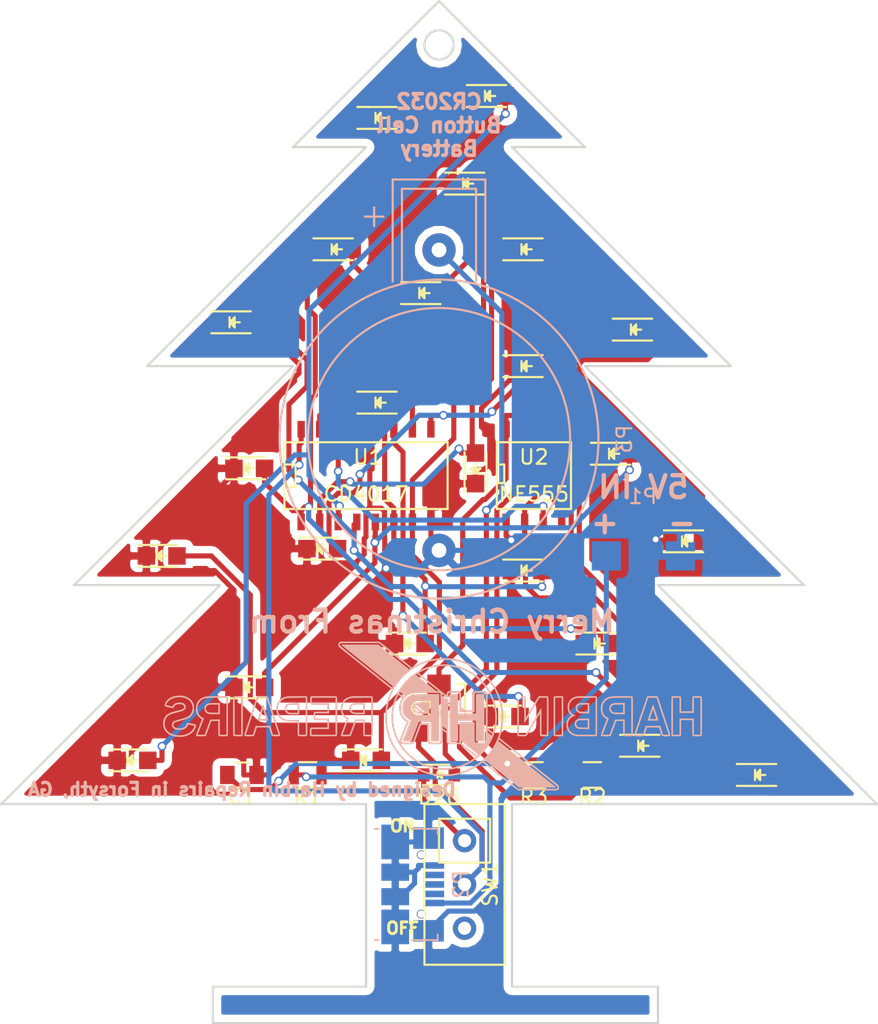
<source format=kicad_pcb>
(kicad_pcb (version 4) (host pcbnew 4.0.7)
  (layers (0 F.Cu signal) (31 B.Cu signal) (34 B.Paste user) (35 F.Paste user) (36 B.SilkS user) (37 F.SilkS user) (38 B.Mask user) (39 F.Mask user) (44 Edge.Cuts user))
  (net 0 "")
  (net 1 "Net-(C1-Pad1)")
  (net 2 GND)
  (net 3 OUTPUT_0)
  (net 4 OUTPUT_1)
  (net 5 OUTPUT_2)
  (net 6 OUTPUT_3)
  (net 7 OUTPUT_4)
  (net 8 OUTPUT_5)
  (net 9 OUTPUT_6)
  (net 10 OUTPUT_7)
  (net 11 OUTPUT_8)
  (net 12 OUTPUT_9)
  (net 13 "Net-(D26-Pad1)")
  (net 14 "Net-(D26-Pad2)")
  (net 15 "Net-(P1-Pad1)")
  (net 16 "Net-(P2-Pad2)")
  (net 17 "Net-(P2-Pad3)")
  (net 18 "Net-(P2-Pad4)")
  (net 19 "Net-(R2-Pad1)")
  (net 20 "Net-(R2-Pad2)")
  (net 21 +3V3)
  (net 22 "Net-(U1-Pad14)")
  (net 23 "Net-(U1-Pad12)")
  (net 24 "Net-(U2-Pad5)")
  (net 25 "Net-(SW1-Pad3)")
  (module Capacitors_SMD:C_0805 (layer F.Cu) (at 138.5 108.5)
    (fp_text reference C1 (at 0 1.5) (layer F.SilkS))
    (fp_text value 2.2uF)
    (pad 1 smd rect (at -1 0) (size 1 1.25) (layers F.Cu F.Paste F.Mask) (net 1 "Net-(C1-Pad1)"))
    (pad 2 smd rect (at 1 0) (size 1 1.25) (layers F.Cu F.Paste F.Mask) (net 2 GND))
  )
  (module LEDs:LED_0805 (layer F.Cu) (at 155.5 62)
    (fp_text reference D1)
    (fp_text value LED)
    (pad 2 smd rect (at 1.04902 0 180) (size 1.19888 1.19888) (layers F.Cu F.Paste F.Mask) (net 3 OUTPUT_0))
    (pad 1 smd rect (at -1.04902 0 180) (size 1.19888 1.19888) (layers F.Cu F.Paste F.Mask) (net 2 GND))
  )
  (module LEDs:LED_0805 (layer F.Cu) (at 131 107.5)
    (fp_text reference D2)
    (fp_text value LED)
    (pad 2 smd rect (at 1.04902 0 180) (size 1.19888 1.19888) (layers F.Cu F.Paste F.Mask) (net 3 OUTPUT_0))
    (pad 1 smd rect (at -1.04902 0 180) (size 1.19888 1.19888) (layers F.Cu F.Paste F.Mask) (net 2 GND))
  )
  (module LEDs:LED_0805 (layer F.Cu) (at 165.5 78)
    (fp_text reference D3)
    (fp_text value LED)
    (pad 2 smd rect (at 1.04902 0 180) (size 1.19888 1.19888) (layers F.Cu F.Paste F.Mask) (net 4 OUTPUT_1))
    (pad 1 smd rect (at -1.04902 0 180) (size 1.19888 1.19888) (layers F.Cu F.Paste F.Mask) (net 2 GND))
  )
  (module LEDs:LED_0805 (layer F.Cu) (at 174 108.5)
    (fp_text reference D4)
    (fp_text value LED)
    (pad 2 smd rect (at 1.04902 0 180) (size 1.19888 1.19888) (layers F.Cu F.Paste F.Mask) (net 4 OUTPUT_1))
    (pad 1 smd rect (at -1.04902 0 180) (size 1.19888 1.19888) (layers F.Cu F.Paste F.Mask) (net 2 GND))
  )
  (module LEDs:LED_0805 (layer F.Cu) (at 154.5 87.5 90)
    (fp_text reference D5)
    (fp_text value LED)
    (pad 2 smd rect (at 1.04902 0 270) (size 1.19888 1.19888) (layers F.Cu F.Paste F.Mask) (net 4 OUTPUT_1))
    (pad 1 smd rect (at -1.04902 0 270) (size 1.19888 1.19888) (layers F.Cu F.Paste F.Mask) (net 2 GND))
  )
  (module LEDs:LED_0805 (layer F.Cu) (at 138 77.5)
    (fp_text reference D6)
    (fp_text value LED)
    (pad 2 smd rect (at 1.04902 0 180) (size 1.19888 1.19888) (layers F.Cu F.Paste F.Mask) (net 5 OUTPUT_2))
    (pad 1 smd rect (at -1.04902 0 180) (size 1.19888 1.19888) (layers F.Cu F.Paste F.Mask) (net 2 GND))
  )
  (module LEDs:LED_0805 (layer F.Cu) (at 163 99.5)
    (fp_text reference D7)
    (fp_text value LED)
    (pad 2 smd rect (at 1.04902 0 180) (size 1.19888 1.19888) (layers F.Cu F.Paste F.Mask) (net 5 OUTPUT_2))
    (pad 1 smd rect (at -1.04902 0 180) (size 1.19888 1.19888) (layers F.Cu F.Paste F.Mask) (net 2 GND))
  )
  (module LEDs:LED_0805 (layer F.Cu) (at 133 93.5)
    (fp_text reference D8)
    (fp_text value LED)
    (pad 2 smd rect (at 1.04902 0 180) (size 1.19888 1.19888) (layers F.Cu F.Paste F.Mask) (net 6 OUTPUT_3))
    (pad 1 smd rect (at -1.04902 0 180) (size 1.19888 1.19888) (layers F.Cu F.Paste F.Mask) (net 2 GND))
  )
  (module LEDs:LED_0805 (layer F.Cu) (at 154 68)
    (fp_text reference D9)
    (fp_text value LED)
    (pad 2 smd rect (at 1.04902 0 180) (size 1.19888 1.19888) (layers F.Cu F.Paste F.Mask) (net 6 OUTPUT_3))
    (pad 1 smd rect (at -1.04902 0 180) (size 1.19888 1.19888) (layers F.Cu F.Paste F.Mask) (net 2 GND))
  )
  (module LEDs:LED_0805 (layer F.Cu) (at 147 107.5)
    (fp_text reference D10)
    (fp_text value LED)
    (pad 2 smd rect (at 1.04902 0 180) (size 1.19888 1.19888) (layers F.Cu F.Paste F.Mask) (net 6 OUTPUT_3))
    (pad 1 smd rect (at -1.04902 0 180) (size 1.19888 1.19888) (layers F.Cu F.Paste F.Mask) (net 2 GND))
  )
  (module LEDs:LED_0805 (layer F.Cu) (at 169 92.5)
    (fp_text reference D11)
    (fp_text value LED)
    (pad 2 smd rect (at 1.04902 0 180) (size 1.19888 1.19888) (layers F.Cu F.Paste F.Mask) (net 7 OUTPUT_4))
    (pad 1 smd rect (at -1.04902 0 180) (size 1.19888 1.19888) (layers F.Cu F.Paste F.Mask) (net 2 GND))
  )
  (module LEDs:LED_0805 (layer F.Cu) (at 145 72.5)
    (fp_text reference D12)
    (fp_text value LED)
    (pad 2 smd rect (at 1.04902 0 180) (size 1.19888 1.19888) (layers F.Cu F.Paste F.Mask) (net 7 OUTPUT_4))
    (pad 1 smd rect (at -1.04902 0 180) (size 1.19888 1.19888) (layers F.Cu F.Paste F.Mask) (net 2 GND))
  )
  (module LEDs:LED_0805 (layer F.Cu) (at 166 106.5)
    (fp_text reference D13)
    (fp_text value LED)
    (pad 2 smd rect (at 1.04902 0 180) (size 1.19888 1.19888) (layers F.Cu F.Paste F.Mask) (net 8 OUTPUT_5))
    (pad 1 smd rect (at -1.04902 0 180) (size 1.19888 1.19888) (layers F.Cu F.Paste F.Mask) (net 2 GND))
  )
  (module LEDs:LED_0805 (layer F.Cu) (at 139 87.5)
    (fp_text reference D14)
    (fp_text value LED)
    (pad 2 smd rect (at 1.04902 0 180) (size 1.19888 1.19888) (layers F.Cu F.Paste F.Mask) (net 8 OUTPUT_5))
    (pad 1 smd rect (at -1.04902 0 180) (size 1.19888 1.19888) (layers F.Cu F.Paste F.Mask) (net 2 GND))
  )
  (module LEDs:LED_0805 (layer F.Cu) (at 148 63.5)
    (fp_text reference D15)
    (fp_text value LED)
    (pad 2 smd rect (at 1.04902 0 180) (size 1.19888 1.19888) (layers F.Cu F.Paste F.Mask) (net 8 OUTPUT_5))
    (pad 1 smd rect (at -1.04902 0 180) (size 1.19888 1.19888) (layers F.Cu F.Paste F.Mask) (net 2 GND))
  )
  (module LEDs:LED_0805 (layer F.Cu) (at 164 86.5)
    (fp_text reference D16)
    (fp_text value LED)
    (pad 2 smd rect (at 1.04902 0 180) (size 1.19888 1.19888) (layers F.Cu F.Paste F.Mask) (net 9 OUTPUT_6))
    (pad 1 smd rect (at -1.04902 0 180) (size 1.19888 1.19888) (layers F.Cu F.Paste F.Mask) (net 2 GND))
  )
  (module LEDs:LED_0805 (layer F.Cu) (at 139 102.5)
    (fp_text reference D17)
    (fp_text value LED)
    (pad 2 smd rect (at 1.04902 0 180) (size 1.19888 1.19888) (layers F.Cu F.Paste F.Mask) (net 9 OUTPUT_6))
    (pad 1 smd rect (at -1.04902 0 180) (size 1.19888 1.19888) (layers F.Cu F.Paste F.Mask) (net 2 GND))
  )
  (module LEDs:LED_0805 (layer F.Cu) (at 151 75.5)
    (fp_text reference D18)
    (fp_text value LED)
    (pad 2 smd rect (at 1.04902 0 180) (size 1.19888 1.19888) (layers F.Cu F.Paste F.Mask) (net 10 OUTPUT_7))
    (pad 1 smd rect (at -1.04902 0 180) (size 1.19888 1.19888) (layers F.Cu F.Paste F.Mask) (net 2 GND))
  )
  (module LEDs:LED_0805 (layer F.Cu) (at 148 83)
    (fp_text reference D19)
    (fp_text value LED)
    (pad 2 smd rect (at 1.04902 0 180) (size 1.19888 1.19888) (layers F.Cu F.Paste F.Mask) (net 10 OUTPUT_7))
    (pad 1 smd rect (at -1.04902 0 180) (size 1.19888 1.19888) (layers F.Cu F.Paste F.Mask) (net 2 GND))
  )
  (module LEDs:LED_0805 (layer F.Cu) (at 156.5 104.5)
    (fp_text reference D20)
    (fp_text value LED)
    (pad 2 smd rect (at 1.04902 0 180) (size 1.19888 1.19888) (layers F.Cu F.Paste F.Mask) (net 10 OUTPUT_7))
    (pad 1 smd rect (at -1.04902 0 180) (size 1.19888 1.19888) (layers F.Cu F.Paste F.Mask) (net 2 GND))
  )
  (module LEDs:LED_0805 (layer F.Cu) (at 144 93)
    (fp_text reference D21)
    (fp_text value LED)
    (pad 2 smd rect (at 1.04902 0 180) (size 1.19888 1.19888) (layers F.Cu F.Paste F.Mask) (net 11 OUTPUT_8))
    (pad 1 smd rect (at -1.04902 0 180) (size 1.19888 1.19888) (layers F.Cu F.Paste F.Mask) (net 2 GND))
  )
  (module LEDs:LED_0805 (layer F.Cu) (at 158 80.5)
    (fp_text reference D22)
    (fp_text value LED)
    (pad 2 smd rect (at 1.04902 0 180) (size 1.19888 1.19888) (layers F.Cu F.Paste F.Mask) (net 11 OUTPUT_8))
    (pad 1 smd rect (at -1.04902 0 180) (size 1.19888 1.19888) (layers F.Cu F.Paste F.Mask) (net 2 GND))
  )
  (module LEDs:LED_0805 (layer F.Cu) (at 158 94.5)
    (fp_text reference D23)
    (fp_text value LED)
    (pad 2 smd rect (at 1.04902 0 180) (size 1.19888 1.19888) (layers F.Cu F.Paste F.Mask) (net 12 OUTPUT_9))
    (pad 1 smd rect (at -1.04902 0 180) (size 1.19888 1.19888) (layers F.Cu F.Paste F.Mask) (net 2 GND))
  )
  (module LEDs:LED_0805 (layer F.Cu) (at 158 72.5)
    (fp_text reference D24)
    (fp_text value LED)
    (pad 2 smd rect (at 1.04902 0 180) (size 1.19888 1.19888) (layers F.Cu F.Paste F.Mask) (net 12 OUTPUT_9))
    (pad 1 smd rect (at -1.04902 0 180) (size 1.19888 1.19888) (layers F.Cu F.Paste F.Mask) (net 2 GND))
  )
  (module LEDs:LED_0805 (layer F.Cu) (at 150 99.5)
    (fp_text reference D25)
    (fp_text value LED)
    (pad 2 smd rect (at 1.04902 0 180) (size 1.19888 1.19888) (layers F.Cu F.Paste F.Mask) (net 12 OUTPUT_9))
    (pad 1 smd rect (at -1.04902 0 180) (size 1.19888 1.19888) (layers F.Cu F.Paste F.Mask) (net 2 GND))
  )
  (module Oddities:NetTie-I_SMD (layer B.Cu) (at 166 93.5)
    (fp_text reference P1 (at -0.04064 -4.06908) (layer B.SilkS) (effects (justify mirror)))
    (fp_text value "5V CONNECTOR")
    (pad 1 smd rect (at -2.54 0) (size 1.99898 1.99898) (layers B.Cu B.Paste B.Mask) (net 15 "Net-(P1-Pad1)"))
    (pad 2 smd rect (at 2.54 0) (size 1.99898 1.99898) (layers B.Cu B.Paste B.Mask) (net 2 GND))
  )
  (module Resistors_SMD:R_0805 (layer F.Cu) (at 143 108.5)
    (fp_text reference R1 (at 0 1.5) (layer F.SilkS))
    (fp_text value 510)
    (pad 1 smd rect (at -0.95 0) (size 0.7 1.3) (layers F.Cu F.Paste F.Mask) (net 15 "Net-(P1-Pad1)"))
    (pad 2 smd rect (at 0.95 0) (size 0.7 1.3) (layers F.Cu F.Paste F.Mask) (net 13 "Net-(D26-Pad1)"))
  )
  (module Resistors_SMD:R_0805 (layer F.Cu) (at 162.5 108.5)
    (fp_text reference R2 (at 0 1.5) (layer F.SilkS))
    (fp_text value 10K)
    (pad 1 smd rect (at -0.95 0) (size 0.7 1.3) (layers F.Cu F.Paste F.Mask) (net 19 "Net-(R2-Pad1)"))
    (pad 2 smd rect (at 0.95 0) (size 0.7 1.3) (layers F.Cu F.Paste F.Mask) (net 20 "Net-(R2-Pad2)"))
  )
  (module Resistors_SMD:R_0805 (layer F.Cu) (at 158.5 108.5)
    (fp_text reference R3 (at 0 1.5) (layer F.SilkS))
    (fp_text value 10K)
    (pad 1 smd rect (at -0.95 0) (size 0.7 1.3) (layers F.Cu F.Paste F.Mask) (net 20 "Net-(R2-Pad2)"))
    (pad 2 smd rect (at 0.95 0) (size 0.7 1.3) (layers F.Cu F.Paste F.Mask) (net 1 "Net-(C1-Pad1)"))
  )
  (module Potentiometers:Potentiometer_Trimmer-EVM3E (layer F.Cu) (at 152 104)
    (fp_text reference RV1 (at 0 0) (layer F.SilkS))
    (fp_text value 100K)
    (pad 1 smd rect (at -1.4 1.625) (size 1.2 1.2) (layers F.Cu F.Paste F.Mask) (net 21 +3V3))
    (pad 3 smd rect (at 1.4 1.625) (size 1.2 1.2) (layers F.Cu F.Paste F.Mask) (net 19 "Net-(R2-Pad1)"))
    (pad 2 smd rect (at 0 -1.625) (size 1.6 1.5) (layers F.Cu F.Paste F.Mask) (net 21 +3V3))
  )
  (module myFootprints:SW_SPDT_3P_11.1mm_5.5mm (layer F.Cu) (at 150.5 116 270)
    (fp_text reference SW1 (at 0 -5 270) (layer F.SilkS))
    (fp_text value SW_Push_SPDT)
    (pad 1 thru_hole circle (at -3 -3.25 270) (size 1.6 1.6) (drill 0.9) (layers *.Cu *.Mask) (net 13 "Net-(D26-Pad1)"))
    (pad 2 thru_hole circle (at 0 -3.25 270) (size 1.6 1.6) (drill 0.9) (layers *.Cu *.Mask) (net 21 +3V3))
    (pad 3 thru_hole circle (at 3 -3.25 270) (size 1.6 1.6) (drill 0.9) (layers *.Cu *.Mask) (net 25 "Net-(SW1-Pad3)"))
  )
  (module SMD_Packages:SO-16-N (layer F.Cu) (at 147 88)
    (fp_text reference U1 (at 0.127 -1.27) (layer F.SilkS))
    (fp_text value CD4017 (at 0 1.27) (layer F.SilkS))
    (pad 16 smd rect (at -4.445 -3.175) (size 0.508 1.143) (layers F.Cu F.Paste F.Mask) (net 21 +3V3))
    (pad 14 smd rect (at -1.905 -3.175) (size 0.508 1.143) (layers F.Cu F.Paste F.Mask) (net 22 "Net-(U1-Pad14)"))
    (pad 13 smd rect (at -0.635 -3.175) (size 0.508 1.143) (layers F.Cu F.Paste F.Mask) (net 2 GND))
    (pad 12 smd rect (at 0.635 -3.175) (size 0.508 1.143) (layers F.Cu F.Paste F.Mask) (net 23 "Net-(U1-Pad12)"))
    (pad 11 smd rect (at 1.905 -3.175) (size 0.508 1.143) (layers F.Cu F.Paste F.Mask) (net 12 OUTPUT_9))
    (pad 10 smd rect (at 3.175 -3.175) (size 0.508 1.143) (layers F.Cu F.Paste F.Mask) (net 7 OUTPUT_4))
    (pad 9 smd rect (at 4.445 -3.175) (size 0.508 1.143) (layers F.Cu F.Paste F.Mask) (net 11 OUTPUT_8))
    (pad 8 smd rect (at 4.445 3.175) (size 0.508 1.143) (layers F.Cu F.Paste F.Mask) (net 2 GND))
    (pad 7 smd rect (at 3.175 3.175) (size 0.508 1.143) (layers F.Cu F.Paste F.Mask) (net 6 OUTPUT_3))
    (pad 6 smd rect (at 1.905 3.175) (size 0.508 1.143) (layers F.Cu F.Paste F.Mask) (net 10 OUTPUT_7))
    (pad 5 smd rect (at 0.635 3.175) (size 0.508 1.143) (layers F.Cu F.Paste F.Mask) (net 9 OUTPUT_6))
    (pad 4 smd rect (at -0.635 3.175) (size 0.508 1.143) (layers F.Cu F.Paste F.Mask) (net 5 OUTPUT_2))
    (pad 3 smd rect (at -1.905 3.175) (size 0.508 1.143) (layers F.Cu F.Paste F.Mask) (net 3 OUTPUT_0))
    (pad 2 smd rect (at -3.175 3.175) (size 0.508 1.143) (layers F.Cu F.Paste F.Mask) (net 4 OUTPUT_1))
    (pad 1 smd rect (at -4.445 3.175) (size 0.508 1.143) (layers F.Cu F.Paste F.Mask) (net 8 OUTPUT_5))
    (pad 15 smd rect (at -3.175 -3.175) (size 0.508 1.143) (layers F.Cu F.Paste F.Mask) (net 2 GND))
  )
  (module SMD_Packages:SOIC-8-N (layer F.Cu) (at 158.5 88)
    (fp_text reference U2 (at 0 -1.27) (layer F.SilkS))
    (fp_text value NE555 (at 0 1.27) (layer F.SilkS))
    (pad 8 smd rect (at -1.905 -3.175) (size 0.508 1.143) (layers F.Cu F.Paste F.Mask) (net 21 +3V3))
    (pad 7 smd rect (at -0.635 -3.175) (size 0.508 1.143) (layers F.Cu F.Paste F.Mask) (net 20 "Net-(R2-Pad2)"))
    (pad 6 smd rect (at 0.635 -3.175) (size 0.508 1.143) (layers F.Cu F.Paste F.Mask) (net 1 "Net-(C1-Pad1)"))
    (pad 5 smd rect (at 1.905 -3.175) (size 0.508 1.143) (layers F.Cu F.Paste F.Mask) (net 24 "Net-(U2-Pad5)"))
    (pad 4 smd rect (at 1.905 3.175) (size 0.508 1.143) (layers F.Cu F.Paste F.Mask) (net 21 +3V3))
    (pad 3 smd rect (at 0.635 3.175) (size 0.508 1.143) (layers F.Cu F.Paste F.Mask) (net 22 "Net-(U1-Pad14)"))
    (pad 2 smd rect (at -0.635 3.175) (size 0.508 1.143) (layers F.Cu F.Paste F.Mask) (net 1 "Net-(C1-Pad1)"))
    (pad 1 smd rect (at -1.905 3.175) (size 0.508 1.143) (layers F.Cu F.Paste F.Mask) (net 2 GND))
  )
  (module myFootprints:HR_LOGO_37.4x10.6mm (layer B.Cu) (at 151.5 104.5 180)
    (fp_text reference G*** hide)
    (fp_text value LOGO hide)
  )
  (module "Custom Footprints:USB_Micro-B_Molex_47346-0001_WITH_HOLES" (layer B.Cu) (at 149 116 90)
    (fp_text reference P2 (at 0 4.5 270) (layer B.SilkS) (effects (justify mirror)))
    (fp_text value USB_OTG)
    (pad 1 smd rect (at -1.27 2.667 90) (size 0.45 1.38) (layers B.Cu B.Paste B.Mask) (net 15 "Net-(P1-Pad1)"))
    (pad 2 smd rect (at -0.65 2.66 90) (size 0.45 1.38) (layers B.Cu B.Paste B.Mask) (net 16 "Net-(P2-Pad2)"))
    (pad 3 smd rect (at 0 2.66 90) (size 0.45 1.38) (layers B.Cu B.Paste B.Mask) (net 17 "Net-(P2-Pad3)"))
    (pad 4 smd rect (at 0.65 2.66 90) (size 0.45 1.38) (layers B.Cu B.Paste B.Mask) (net 18 "Net-(P2-Pad4)"))
    (pad 5 smd rect (at 1.3 2.66 90) (size 0.45 1.38) (layers B.Cu B.Paste B.Mask) (net 2 GND))
    (pad 6 smd rect (at -3.175 2.286 90) (size 1.475 2.1) (layers B.Cu B.Paste B.Mask) (net 2 GND))
    (pad 6 smd rect (at 3.175 2.286 90) (size 1.475 2.1) (layers B.Cu B.Paste B.Mask) (net 2 GND))
    (pad 6 smd rect (at -2.91 0 90) (size 2.375 1.9) (layers B.Cu B.Paste B.Mask) (net 2 GND))
    (pad 6 smd rect (at 2.91 0 90) (size 2.375 1.9) (layers B.Cu B.Paste B.Mask) (net 2 GND))
    (pad 6 smd rect (at -0.84 0 90) (size 1.175 1.9) (layers B.Cu B.Paste B.Mask) (net 2 GND))
    (pad 6 smd rect (at 0.84 0 90) (size 1.175 1.9) (layers B.Cu B.Paste B.Mask) (net 2 GND))
    (pad "" thru_hole circle (at 2.032 1.778 90) (size 0.6 0.6) (drill 0.5) (layers *.Cu *.Mask))
    (pad "" thru_hole circle (at -2.032 1.778 90) (size 0.6 0.6) (drill 0.5) (layers *.Cu *.Mask))
  )
  (module "Custom Footprints:CR2032H_aliexpress" (layer B.Cu) (at 152 85.5 90)
    (fp_text reference P3 (at 0 12.7 90) (layer B.SilkS) (effects (justify mirror)))
    (fp_text value "3V Battery")
    (pad 2 thru_hole circle (at -7.62 0 90) (size 2.286 2.286) (drill 1.016) (layers *.Cu *.Mask) (net 2 GND))
    (pad 1 thru_hole circle (at 12.954 0 90) (size 2.286 2.286) (drill 1.016) (layers *.Cu *.Mask) (net 14 "Net-(D26-Pad2)"))
  )
  (module "Custom Footprints:D_0805" (layer F.Cu) (at 152 108.5)
    (fp_text reference D26 (at 0 1.5) (layer F.SilkS))
    (fp_text value D)
    (pad 1 smd rect (at -1.05 0) (size 0.8 0.9) (layers F.Cu F.Paste F.Mask) (net 13 "Net-(D26-Pad1)"))
    (pad 2 smd rect (at 1.05 0) (size 0.8 0.9) (layers F.Cu F.Paste F.Mask) (net 14 "Net-(D26-Pad2)"))
  )
  (gr_text OFF (at 149.5 119) (layer F.SilkS) (effects (font (size 0.8 0.8) (thickness 0.2))))
  (gr_text ON (at 149.5 112) (layer F.SilkS) (effects (font (size 0.8 0.8) (thickness 0.2))))
  (gr_text "Designed by Harbin Repairs in Forsyth, GA" (at 138.5 109.5) (layer B.SilkS) (effects (font (size 0.9 0.9) (thickness 0.225)) (justify mirror)))
  (gr_text "CR2032\nButton Cell\nBattery" (at 152 64) (layer B.SilkS) (effects (font (size 1 1) (thickness 0.25)) (justify mirror)))
  (gr_text "5V IN\n-   +" (at 166 90) (layer B.SilkS) (effects (font (size 1.5 1.5) (thickness 0.3)) (justify mirror)))
  (gr_text "Merry Christmas From" (at 151.5 98) (layer B.SilkS) (effects (font (size 1.5 1.5) (thickness 0.3)) (justify mirror)))
  (gr_line (start 136.5 125.5) (end 167 125.5) (angle 90) (layer Edge.Cuts) (width 0.15))
  (gr_line (start 147 123) (end 147 110.5) (angle 90) (layer Edge.Cuts) (width 0.15))
  (gr_line (start 146.5 123) (end 147 123) (angle 90) (layer Edge.Cuts) (width 0.15))
  (gr_line (start 157 123) (end 157 110.5) (angle 90) (layer Edge.Cuts) (width 0.15))
  (gr_line (start 167 123) (end 157 123) (angle 90) (layer Edge.Cuts) (width 0.15))
  (gr_line (start 167 125.5) (end 167 123) (angle 90) (layer Edge.Cuts) (width 0.15))
  (gr_line (start 136.5 123) (end 136.5 125.5) (angle 90) (layer Edge.Cuts) (width 0.15))
  (gr_line (start 146.5 123) (end 136.5 123) (angle 90) (layer Edge.Cuts) (width 0.15))
  (gr_circle (center 152 58.5) (end 152 57.5) (layer Edge.Cuts) (width 0.15))
  (gr_line (start 142 65.5) (end 152 55.5) (angle 90) (layer Edge.Cuts) (width 0.15))
  (gr_line (start 147 65.5) (end 142 65.5) (angle 90) (layer Edge.Cuts) (width 0.15))
  (gr_line (start 132 80.5) (end 147 65.5) (angle 90) (layer Edge.Cuts) (width 0.15))
  (gr_line (start 142 80.5) (end 132 80.5) (angle 90) (layer Edge.Cuts) (width 0.15))
  (gr_line (start 127 95.5) (end 142 80.5) (angle 90) (layer Edge.Cuts) (width 0.15))
  (gr_line (start 137 95.5) (end 127 95.5) (angle 90) (layer Edge.Cuts) (width 0.15))
  (gr_line (start 122 110.5) (end 137 95.5) (angle 90) (layer Edge.Cuts) (width 0.15))
  (gr_line (start 147 110.5) (end 122 110.5) (angle 90) (layer Edge.Cuts) (width 0.15))
  (gr_line (start 182 110.5) (end 157 110.5) (angle 90) (layer Edge.Cuts) (width 0.15))
  (gr_line (start 167 95.5) (end 182 110.5) (angle 90) (layer Edge.Cuts) (width 0.15))
  (gr_line (start 177 95.5) (end 167 95.5) (angle 90) (layer Edge.Cuts) (width 0.15))
  (gr_line (start 162 80.5) (end 177 95.5) (angle 90) (layer Edge.Cuts) (width 0.15))
  (gr_line (start 172 80.5) (end 162 80.5) (angle 90) (layer Edge.Cuts) (width 0.15))
  (gr_line (start 157 65.5) (end 172 80.5) (angle 90) (layer Edge.Cuts) (width 0.15))
  (gr_line (start 162 65.5) (end 157 65.5) (angle 90) (layer Edge.Cuts) (width 0.15))
  (gr_line (start 152 55.5) (end 162 65.5) (angle 90) (layer Edge.Cuts) (width 0.15))
  (via (at 156.6781 107.7202) (size 0.6) (layers F.Cu B.Cu) (net 1))
  (via (at 141.0212 108.9185) (size 0.6) (layers F.Cu B.Cu) (net 1))
  (segment (start 157.865 90.8392) (end 157.865 90.2282) (width 0.35) (layer F.Cu) (net 1))
  (segment (start 159.45 108.5) (end 159.45 107.4747) (width 0.35) (layer F.Cu) (net 1))
  (segment (start 157.865 90.8392) (end 157.865 91.175) (width 0.35) (layer F.Cu) (net 1))
  (segment (start 157.865 91.175) (end 157.865 92.1218) (width 0.35) (layer F.Cu) (net 1))
  (segment (start 160.0107 106.914) (end 159.45 107.4747) (width 0.35) (layer F.Cu) (net 1))
  (segment (start 163.4879 106.914) (end 160.0107 106.914) (width 0.35) (layer F.Cu) (net 1))
  (segment (start 166.0487 109.4748) (end 163.4879 106.914) (width 0.35) (layer F.Cu) (net 1))
  (segment (start 173.7165 109.4748) (end 166.0487 109.4748) (width 0.35) (layer F.Cu) (net 1))
  (segment (start 173.9258 109.2655) (end 173.7165 109.4748) (width 0.35) (layer F.Cu) (net 1))
  (segment (start 173.9258 107.622) (end 173.9258 109.2655) (width 0.35) (layer F.Cu) (net 1))
  (segment (start 162.6834 96.3796) (end 173.9258 107.622) (width 0.35) (layer F.Cu) (net 1))
  (segment (start 158.7802 96.3796) (end 162.6834 96.3796) (width 0.35) (layer F.Cu) (net 1))
  (segment (start 157.9258 95.5252) (end 158.7802 96.3796) (width 0.35) (layer F.Cu) (net 1))
  (segment (start 157.9258 92.1826) (end 157.9258 95.5252) (width 0.35) (layer F.Cu) (net 1))
  (segment (start 157.865 92.1218) (end 157.9258 92.1826) (width 0.35) (layer F.Cu) (net 1))
  (segment (start 138.5004 109.5004) (end 137.5 108.5) (width 0.35) (layer F.Cu) (net 1))
  (segment (start 140.4393 109.5004) (end 138.5004 109.5004) (width 0.35) (layer F.Cu) (net 1))
  (segment (start 141.0212 108.9185) (end 140.4393 109.5004) (width 0.35) (layer F.Cu) (net 1))
  (segment (start 142.2195 107.7202) (end 156.6781 107.7202) (width 0.35) (layer B.Cu) (net 1))
  (segment (start 141.0212 108.9185) (end 142.2195 107.7202) (width 0.35) (layer B.Cu) (net 1))
  (segment (start 156.9236 107.4747) (end 156.6781 107.7202) (width 0.35) (layer F.Cu) (net 1))
  (segment (start 159.45 107.4747) (end 156.9236 107.4747) (width 0.35) (layer F.Cu) (net 1))
  (segment (start 159.135 88.9582) (end 157.865 90.2282) (width 0.35) (layer F.Cu) (net 1))
  (segment (start 159.135 84.825) (end 159.135 88.9582) (width 0.35) (layer F.Cu) (net 1))
  (via (at 166.8419 92.3656) (size 0.6) (layers F.Cu B.Cu) (net 2))
  (via (at 148.3743 94.3455) (size 0.6) (layers F.Cu B.Cu) (net 2))
  (via (at 156.951 92.4223) (size 0.6) (layers F.Cu B.Cu) (net 2))
  (segment (start 164.451 78) (end 164.451 77.0253) (width 0.35) (layer F.Cu) (net 2))
  (segment (start 156.951 72.5) (end 157.9257 72.5) (width 0.35) (layer F.Cu) (net 2))
  (segment (start 149.951 75.5) (end 149.951 74.5253) (width 0.35) (layer F.Cu) (net 2))
  (segment (start 143.951 72.5) (end 144.9257 72.5) (width 0.35) (layer F.Cu) (net 2))
  (segment (start 154.451 62) (end 154.451 62.9747) (width 0.35) (layer F.Cu) (net 2))
  (segment (start 149.8986 74.4729) (end 149.8986 72.0271) (width 0.35) (layer F.Cu) (net 2))
  (segment (start 149.951 74.5253) (end 149.8986 74.4729) (width 0.35) (layer F.Cu) (net 2))
  (segment (start 149.8986 72.0271) (end 152.951 68.9747) (width 0.35) (layer F.Cu) (net 2))
  (segment (start 152.951 68) (end 152.951 68.9747) (width 0.35) (layer F.Cu) (net 2))
  (segment (start 165.9257 107.1092) (end 165.9257 106.5) (width 0.35) (layer F.Cu) (net 2))
  (segment (start 167.3165 108.5) (end 165.9257 107.1092) (width 0.35) (layer F.Cu) (net 2))
  (segment (start 172.951 108.5) (end 167.3165 108.5) (width 0.35) (layer F.Cu) (net 2))
  (segment (start 164.951 106.5) (end 165.9257 106.5) (width 0.35) (layer F.Cu) (net 2))
  (segment (start 149 115.16) (end 149.6627 115.16) (width 0.35) (layer B.Cu) (net 2))
  (segment (start 149.1555 114.6528) (end 149 114.6528) (width 0.35) (layer B.Cu) (net 2))
  (segment (start 149.6627 115.16) (end 149.1555 114.6528) (width 0.35) (layer B.Cu) (net 2))
  (segment (start 149 113.09) (end 149 114.6528) (width 0.35) (layer B.Cu) (net 2))
  (segment (start 150.5903 112.825) (end 150.3253 113.09) (width 0.35) (layer B.Cu) (net 2))
  (segment (start 151.286 112.825) (end 150.5903 112.825) (width 0.35) (layer B.Cu) (net 2))
  (segment (start 149 113.09) (end 150.3253 113.09) (width 0.35) (layer B.Cu) (net 2))
  (segment (start 167.951 92.5) (end 166.9763 92.5) (width 0.35) (layer F.Cu) (net 2))
  (segment (start 166.8419 92.3656) (end 166.9763 92.5) (width 0.35) (layer F.Cu) (net 2))
  (segment (start 166.8419 91.3656) (end 166.8419 92.3656) (width 0.35) (layer F.Cu) (net 2))
  (segment (start 162.951 87.4747) (end 166.8419 91.3656) (width 0.35) (layer F.Cu) (net 2))
  (segment (start 162.951 86.5) (end 162.951 87.4747) (width 0.35) (layer F.Cu) (net 2))
  (segment (start 156.951 72.5) (end 156.951 80.5) (width 0.35) (layer F.Cu) (net 2))
  (segment (start 156.951 80.5) (end 156.951 81.4747) (width 0.35) (layer F.Cu) (net 2))
  (segment (start 154.5 88.549) (end 154.5 87.5743) (width 0.35) (layer F.Cu) (net 2))
  (segment (start 151.8461 90.2282) (end 153.5253 88.549) (width 0.35) (layer F.Cu) (net 2))
  (segment (start 151.445 90.2282) (end 151.8461 90.2282) (width 0.35) (layer F.Cu) (net 2))
  (segment (start 151.445 91.175) (end 151.445 90.2282) (width 0.35) (layer F.Cu) (net 2))
  (segment (start 154.5 88.549) (end 153.5253 88.549) (width 0.35) (layer F.Cu) (net 2))
  (segment (start 156.951 94.5) (end 156.951 95.4747) (width 0.35) (layer F.Cu) (net 2))
  (segment (start 155.451 104.5) (end 155.451 103.5253) (width 0.35) (layer F.Cu) (net 2))
  (segment (start 164.951 106.5) (end 164.951 105.5253) (width 0.35) (layer F.Cu) (net 2))
  (segment (start 139.5 108.5) (end 140.3753 108.5) (width 0.35) (layer F.Cu) (net 2))
  (segment (start 141.4007 107.4746) (end 140.3753 108.5) (width 0.35) (layer F.Cu) (net 2))
  (segment (start 144.9509 107.4746) (end 141.4007 107.4746) (width 0.35) (layer F.Cu) (net 2))
  (segment (start 144.9763 107.5) (end 144.9509 107.4746) (width 0.35) (layer F.Cu) (net 2))
  (segment (start 149 116.84) (end 149.028 116.84) (width 0.35) (layer B.Cu) (net 2))
  (segment (start 150.5947 114.8906) (end 150.3253 115.16) (width 0.35) (layer B.Cu) (net 2))
  (segment (start 150.5947 114.7) (end 150.5947 114.8906) (width 0.35) (layer B.Cu) (net 2))
  (segment (start 149.6627 115.16) (end 150.3253 115.16) (width 0.35) (layer B.Cu) (net 2))
  (segment (start 151.66 114.7) (end 150.5947 114.7) (width 0.35) (layer B.Cu) (net 2))
  (segment (start 161.951 102.5253) (end 164.951 105.5253) (width 0.35) (layer F.Cu) (net 2))
  (segment (start 161.951 100.4747) (end 161.951 102.5253) (width 0.35) (layer F.Cu) (net 2))
  (segment (start 161.951 99.5) (end 161.951 100.4747) (width 0.35) (layer F.Cu) (net 2))
  (segment (start 146.951 83) (end 146.951 83.7072) (width 0.35) (layer F.Cu) (net 2))
  (segment (start 143.825 84.825) (end 143.825 83.8782) (width 0.35) (layer F.Cu) (net 2))
  (segment (start 144.9257 71.8908) (end 144.9257 72.5) (width 0.35) (layer F.Cu) (net 2))
  (segment (start 145.309 71.5075) (end 144.9257 71.8908) (width 0.35) (layer F.Cu) (net 2))
  (segment (start 149.379 71.5075) (end 145.309 71.5075) (width 0.35) (layer F.Cu) (net 2))
  (segment (start 149.8986 72.0271) (end 149.379 71.5075) (width 0.35) (layer F.Cu) (net 2))
  (segment (start 144.9257 80) (end 146.951 82.0253) (width 0.35) (layer F.Cu) (net 2))
  (segment (start 144.9257 72.5) (end 144.9257 80) (width 0.35) (layer F.Cu) (net 2))
  (segment (start 146.951 83) (end 146.951 82.0253) (width 0.35) (layer F.Cu) (net 2))
  (segment (start 148.951 99.5) (end 148.951 98.5253) (width 0.35) (layer F.Cu) (net 2))
  (segment (start 146.951 63.5) (end 147.9257 63.5) (width 0.35) (layer F.Cu) (net 2))
  (segment (start 147.9257 62.8908) (end 147.9257 63.5) (width 0.35) (layer F.Cu) (net 2))
  (segment (start 148.2912 62.5253) (end 147.9257 62.8908) (width 0.35) (layer F.Cu) (net 2))
  (segment (start 151.0016 62.5253) (end 148.2912 62.5253) (width 0.35) (layer F.Cu) (net 2))
  (segment (start 152.951 64.4747) (end 151.0016 62.5253) (width 0.35) (layer F.Cu) (net 2))
  (segment (start 152.951 68) (end 152.951 64.4747) (width 0.35) (layer F.Cu) (net 2))
  (segment (start 152.951 64.4747) (end 154.451 62.9747) (width 0.35) (layer F.Cu) (net 2))
  (segment (start 150.3253 115.9201) (end 150.3253 115.16) (width 0.35) (layer B.Cu) (net 2))
  (segment (start 149.4054 116.84) (end 150.3253 115.9201) (width 0.35) (layer B.Cu) (net 2))
  (segment (start 149.028 116.84) (end 149.4054 116.84) (width 0.35) (layer B.Cu) (net 2))
  (segment (start 149.028 117.3192) (end 149 117.3472) (width 0.35) (layer B.Cu) (net 2))
  (segment (start 149.028 116.84) (end 149.028 117.3192) (width 0.35) (layer B.Cu) (net 2))
  (segment (start 149 118.91) (end 149 117.3472) (width 0.35) (layer B.Cu) (net 2))
  (segment (start 155.451 103.3892) (end 155.451 103.5253) (width 0.35) (layer F.Cu) (net 2))
  (segment (start 159.3402 99.5) (end 155.451 103.3892) (width 0.35) (layer F.Cu) (net 2))
  (segment (start 156.951 97.1108) (end 156.951 95.4747) (width 0.35) (layer F.Cu) (net 2))
  (segment (start 159.3402 99.5) (end 156.951 97.1108) (width 0.35) (layer F.Cu) (net 2))
  (segment (start 150.7745 94.3455) (end 148.3743 94.3455) (width 0.35) (layer B.Cu) (net 2))
  (segment (start 152 93.12) (end 150.7745 94.3455) (width 0.35) (layer B.Cu) (net 2))
  (segment (start 148.3743 97.9486) (end 148.951 98.5253) (width 0.35) (layer F.Cu) (net 2))
  (segment (start 148.3743 94.3455) (end 148.3743 97.9486) (width 0.35) (layer F.Cu) (net 2))
  (segment (start 151.445 92.565) (end 151.445 91.175) (width 0.35) (layer F.Cu) (net 2))
  (segment (start 152 93.12) (end 151.445 92.565) (width 0.35) (layer F.Cu) (net 2))
  (segment (start 168.54 93.5) (end 167.1652 93.5) (width 0.35) (layer B.Cu) (net 2))
  (segment (start 167.1652 92.6889) (end 166.8419 92.3656) (width 0.35) (layer B.Cu) (net 2))
  (segment (start 167.1652 93.5) (end 167.1652 92.6889) (width 0.35) (layer B.Cu) (net 2))
  (segment (start 142.951 93) (end 143.9257 93) (width 0.35) (layer F.Cu) (net 2))
  (segment (start 145.951 107.5) (end 144.9763 107.5) (width 0.35) (layer F.Cu) (net 2))
  (segment (start 141.9763 92.5) (end 141.9763 93) (width 0.35) (layer F.Cu) (net 2))
  (segment (start 137.951 88.4747) (end 141.9763 92.5) (width 0.35) (layer F.Cu) (net 2))
  (segment (start 142.951 93) (end 141.9763 93) (width 0.35) (layer F.Cu) (net 2))
  (segment (start 159.3402 99.5) (end 161.951 99.5) (width 0.35) (layer F.Cu) (net 2))
  (segment (start 137.951 87.8495) (end 137.951 87.5) (width 0.35) (layer F.Cu) (net 2))
  (segment (start 137.9257 78.1092) (end 137.9257 77.5) (width 0.35) (layer F.Cu) (net 2))
  (segment (start 139.3177 79.5012) (end 137.9257 78.1092) (width 0.35) (layer F.Cu) (net 2))
  (segment (start 141.5466 79.5012) (end 139.3177 79.5012) (width 0.35) (layer F.Cu) (net 2))
  (segment (start 142.4072 80.3618) (end 141.5466 79.5012) (width 0.35) (layer F.Cu) (net 2))
  (segment (start 142.4072 80.9863) (end 142.4072 80.3618) (width 0.35) (layer F.Cu) (net 2))
  (segment (start 137.951 85.4425) (end 142.4072 80.9863) (width 0.35) (layer F.Cu) (net 2))
  (segment (start 137.951 87.5) (end 137.951 85.4425) (width 0.35) (layer F.Cu) (net 2))
  (segment (start 136.951 77.5) (end 137.9257 77.5) (width 0.35) (layer F.Cu) (net 2))
  (segment (start 146.365 84.825) (end 146.365 83.8782) (width 0.35) (layer F.Cu) (net 2))
  (segment (start 146.7801 83.8781) (end 146.951 83.7072) (width 0.35) (layer F.Cu) (net 2))
  (segment (start 146.365 83.8781) (end 146.7801 83.8781) (width 0.35) (layer F.Cu) (net 2))
  (segment (start 146.365 83.8782) (end 146.365 83.8781) (width 0.35) (layer F.Cu) (net 2))
  (segment (start 143.825 83.8782) (end 146.365 83.8782) (width 0.35) (layer F.Cu) (net 2))
  (segment (start 164.451 76.1457) (end 164.451 77.0253) (width 0.35) (layer F.Cu) (net 2))
  (segment (start 159.8306 71.5253) (end 164.451 76.1457) (width 0.35) (layer F.Cu) (net 2))
  (segment (start 158.2912 71.5253) (end 159.8306 71.5253) (width 0.35) (layer F.Cu) (net 2))
  (segment (start 157.9257 71.8908) (end 158.2912 71.5253) (width 0.35) (layer F.Cu) (net 2))
  (segment (start 157.9257 72.5) (end 157.9257 71.8908) (width 0.35) (layer F.Cu) (net 2))
  (segment (start 156.2533 93.12) (end 152 93.12) (width 0.35) (layer B.Cu) (net 2))
  (segment (start 156.951 92.4223) (end 156.2533 93.12) (width 0.35) (layer B.Cu) (net 2))
  (segment (start 157.2482 92.1251) (end 156.951 92.4223) (width 0.35) (layer B.Cu) (net 2))
  (segment (start 166.6014 92.1251) (end 157.2482 92.1251) (width 0.35) (layer B.Cu) (net 2))
  (segment (start 166.8419 92.3656) (end 166.6014 92.1251) (width 0.35) (layer B.Cu) (net 2))
  (segment (start 156.951 94.5) (end 156.951 92.4223) (width 0.35) (layer F.Cu) (net 2))
  (segment (start 156.6505 92.1218) (end 156.951 92.4223) (width 0.35) (layer F.Cu) (net 2))
  (segment (start 156.595 92.1218) (end 156.6505 92.1218) (width 0.35) (layer F.Cu) (net 2))
  (segment (start 156.595 91.175) (end 156.595 92.1218) (width 0.35) (layer F.Cu) (net 2))
  (segment (start 137.951 87.8495) (end 137.951 88.1621) (width 0.35) (layer F.Cu) (net 2))
  (segment (start 137.951 88.1621) (end 137.951 88.4747) (width 0.35) (layer F.Cu) (net 2))
  (segment (start 132.9257 92.8563) (end 132.9257 93.5) (width 0.35) (layer F.Cu) (net 2))
  (segment (start 137.6199 88.1621) (end 132.9257 92.8563) (width 0.35) (layer F.Cu) (net 2))
  (segment (start 137.951 88.1621) (end 137.6199 88.1621) (width 0.35) (layer F.Cu) (net 2))
  (segment (start 131.951 93.5) (end 132.9257 93.5) (width 0.35) (layer F.Cu) (net 2))
  (segment (start 146.365 85.9646) (end 146.365 84.825) (width 0.35) (layer F.Cu) (net 2))
  (segment (start 147.2593 86.8589) (end 146.365 85.9646) (width 0.35) (layer F.Cu) (net 2))
  (segment (start 147.2593 90.2281) (end 147.2593 86.8589) (width 0.35) (layer F.Cu) (net 2))
  (segment (start 147.1903 90.2281) (end 147.2593 90.2281) (width 0.35) (layer F.Cu) (net 2))
  (segment (start 146.9944 90.424) (end 147.1903 90.2281) (width 0.35) (layer F.Cu) (net 2))
  (segment (start 146.9944 92.1983) (end 146.9944 90.424) (width 0.35) (layer F.Cu) (net 2))
  (segment (start 146.8746 92.3181) (end 146.9944 92.1983) (width 0.35) (layer F.Cu) (net 2))
  (segment (start 146.8746 93.3764) (end 146.8746 92.3181) (width 0.35) (layer F.Cu) (net 2))
  (segment (start 146.2762 93.9748) (end 146.8746 93.3764) (width 0.35) (layer F.Cu) (net 2))
  (segment (start 144.2913 93.9748) (end 146.2762 93.9748) (width 0.35) (layer F.Cu) (net 2))
  (segment (start 143.9257 93.6092) (end 144.2913 93.9748) (width 0.35) (layer F.Cu) (net 2))
  (segment (start 143.9257 93) (end 143.9257 93.6092) (width 0.35) (layer F.Cu) (net 2))
  (segment (start 148.2817 94.2529) (end 148.3743 94.3455) (width 0.35) (layer F.Cu) (net 2))
  (segment (start 148.2817 92.3) (end 148.2817 94.2529) (width 0.35) (layer F.Cu) (net 2))
  (segment (start 148.2643 92.2826) (end 148.2817 92.3) (width 0.35) (layer F.Cu) (net 2))
  (segment (start 148.2643 90.4423) (end 148.2643 92.2826) (width 0.35) (layer F.Cu) (net 2))
  (segment (start 148.0501 90.2281) (end 148.2643 90.4423) (width 0.35) (layer F.Cu) (net 2))
  (segment (start 147.2593 90.2281) (end 148.0501 90.2281) (width 0.35) (layer F.Cu) (net 2))
  (segment (start 155.1092 87.5743) (end 154.5 87.5743) (width 0.35) (layer F.Cu) (net 2))
  (segment (start 155.4747 87.2088) (end 155.1092 87.5743) (width 0.35) (layer F.Cu) (net 2))
  (segment (start 155.4747 85.2285) (end 155.4747 87.2088) (width 0.35) (layer F.Cu) (net 2))
  (segment (start 154.9053 84.6591) (end 155.4747 85.2285) (width 0.35) (layer F.Cu) (net 2))
  (segment (start 154.9053 83.3846) (end 154.9053 84.6591) (width 0.35) (layer F.Cu) (net 2))
  (segment (start 156.8152 81.4747) (end 154.9053 83.3846) (width 0.35) (layer F.Cu) (net 2))
  (segment (start 156.951 81.4747) (end 156.8152 81.4747) (width 0.35) (layer F.Cu) (net 2))
  (segment (start 139.5 108.5) (end 138.6247 108.5) (width 0.35) (layer F.Cu) (net 2))
  (segment (start 129.951 107.5) (end 130.9257 107.5) (width 0.35) (layer F.Cu) (net 2))
  (segment (start 130.9257 106.8908) (end 130.9257 107.5) (width 0.35) (layer F.Cu) (net 2))
  (segment (start 131.9903 105.8262) (end 130.9257 106.8908) (width 0.35) (layer F.Cu) (net 2))
  (segment (start 136.9501 105.8262) (end 131.9903 105.8262) (width 0.35) (layer F.Cu) (net 2))
  (segment (start 138.6247 107.5008) (end 138.6247 108.5) (width 0.35) (layer F.Cu) (net 2))
  (segment (start 136.9501 105.8262) (end 138.6247 107.5008) (width 0.35) (layer F.Cu) (net 2))
  (segment (start 132.9257 94.1401) (end 132.9257 93.5) (width 0.35) (layer F.Cu) (net 2))
  (segment (start 133.2876 94.502) (end 132.9257 94.1401) (width 0.35) (layer F.Cu) (net 2))
  (segment (start 136.6224 94.502) (end 133.2876 94.502) (width 0.35) (layer F.Cu) (net 2))
  (segment (start 137.951 95.8306) (end 136.6224 94.502) (width 0.35) (layer F.Cu) (net 2))
  (segment (start 137.951 102.5) (end 137.951 95.8306) (width 0.35) (layer F.Cu) (net 2))
  (segment (start 136.9501 104.4756) (end 136.9501 105.8262) (width 0.35) (layer F.Cu) (net 2))
  (segment (start 137.951 103.4747) (end 136.9501 104.4756) (width 0.35) (layer F.Cu) (net 2))
  (segment (start 137.951 102.5) (end 137.951 103.4747) (width 0.35) (layer F.Cu) (net 2))
  (segment (start 152.6364 117.8246) (end 151.286 119.175) (width 0.35) (layer B.Cu) (net 2))
  (segment (start 154.4433 117.8246) (end 152.6364 117.8246) (width 0.35) (layer B.Cu) (net 2))
  (segment (start 156.2471 116.0208) (end 154.4433 117.8246) (width 0.35) (layer B.Cu) (net 2))
  (segment (start 156.2471 110.1146) (end 156.2471 116.0208) (width 0.35) (layer B.Cu) (net 2))
  (segment (start 166.6146 99.7471) (end 156.2471 110.1146) (width 0.35) (layer B.Cu) (net 2))
  (segment (start 166.6146 94.0506) (end 166.6146 99.7471) (width 0.35) (layer B.Cu) (net 2))
  (segment (start 167.1652 93.5) (end 166.6146 94.0506) (width 0.35) (layer B.Cu) (net 2))
  (segment (start 150.5903 119.175) (end 150.3253 118.91) (width 0.35) (layer B.Cu) (net 2))
  (segment (start 151.286 119.175) (end 150.5903 119.175) (width 0.35) (layer B.Cu) (net 2))
  (segment (start 149 118.91) (end 150.3253 118.91) (width 0.35) (layer B.Cu) (net 2))
  (via (at 156.549 63.2119) (size 0.6) (layers F.Cu B.Cu) (net 3))
  (via (at 145.1799 90.0796) (size 0.6) (layers F.Cu B.Cu) (net 3))
  (via (at 133.0237 106.5308) (size 0.6) (layers F.Cu B.Cu) (net 3))
  (segment (start 156.549 62) (end 156.549 63.2119) (width 0.35) (layer F.Cu) (net 3))
  (segment (start 145.095 91.175) (end 145.095 90.2282) (width 0.35) (layer F.Cu) (net 3))
  (segment (start 145.095 90.1645) (end 145.1799 90.0796) (width 0.35) (layer F.Cu) (net 3))
  (segment (start 145.095 90.2282) (end 145.095 90.1645) (width 0.35) (layer F.Cu) (net 3))
  (segment (start 132.049 107.5) (end 133.0237 107.5) (width 0.35) (layer F.Cu) (net 3))
  (segment (start 133.0237 106.5308) (end 133.0237 107.5) (width 0.35) (layer F.Cu) (net 3))
  (segment (start 138.7852 100.7693) (end 133.0237 106.5308) (width 0.35) (layer B.Cu) (net 3))
  (segment (start 138.7852 89.92) (end 138.7852 100.7693) (width 0.35) (layer B.Cu) (net 3))
  (segment (start 142.1231 86.5821) (end 138.7852 89.92) (width 0.35) (layer B.Cu) (net 3))
  (segment (start 143.0936 86.5821) (end 142.1231 86.5821) (width 0.35) (layer B.Cu) (net 3))
  (segment (start 143.0936 76.6673) (end 143.0936 86.5821) (width 0.35) (layer B.Cu) (net 3))
  (segment (start 156.549 63.2119) (end 143.0936 76.6673) (width 0.35) (layer B.Cu) (net 3))
  (segment (start 143.0936 87.9933) (end 145.1799 90.0796) (width 0.35) (layer B.Cu) (net 3))
  (segment (start 143.0936 86.5821) (end 143.0936 87.9933) (width 0.35) (layer B.Cu) (net 3))
  (via (at 145.9034 88.4122) (size 0.6) (layers F.Cu B.Cu) (net 4))
  (via (at 153.3643 86.1662) (size 0.6) (layers F.Cu B.Cu) (net 4))
  (segment (start 166.549 78) (end 165.5743 78) (width 0.35) (layer F.Cu) (net 4))
  (segment (start 175.049 108.5) (end 175.049 107.5253) (width 0.35) (layer F.Cu) (net 4))
  (segment (start 153.5253 86.3272) (end 153.5253 86.451) (width 0.35) (layer F.Cu) (net 4))
  (segment (start 153.3643 86.1662) (end 153.5253 86.3272) (width 0.35) (layer F.Cu) (net 4))
  (segment (start 143.825 91.175) (end 143.825 90.2282) (width 0.35) (layer F.Cu) (net 4))
  (segment (start 154.2494 86.451) (end 153.5253 86.451) (width 0.35) (layer F.Cu) (net 4))
  (segment (start 154.2494 86.451) (end 154.274 86.451) (width 0.35) (layer F.Cu) (net 4))
  (segment (start 154.5 86.451) (end 154.274 86.451) (width 0.35) (layer F.Cu) (net 4))
  (segment (start 165.5743 78.6897) (end 165.5743 78) (width 0.35) (layer F.Cu) (net 4))
  (segment (start 165.1299 79.1341) (end 165.5743 78.6897) (width 0.35) (layer F.Cu) (net 4))
  (segment (start 162.0323 79.1341) (end 165.1299 79.1341) (width 0.35) (layer F.Cu) (net 4))
  (segment (start 161.0586 80.1078) (end 162.0323 79.1341) (width 0.35) (layer F.Cu) (net 4))
  (segment (start 161.0586 81.3758) (end 161.0586 80.1078) (width 0.35) (layer F.Cu) (net 4))
  (segment (start 161.6087 81.9259) (end 161.0586 81.3758) (width 0.35) (layer F.Cu) (net 4))
  (segment (start 161.6087 94.085) (end 161.6087 81.9259) (width 0.35) (layer F.Cu) (net 4))
  (segment (start 175.049 107.5253) (end 161.6087 94.085) (width 0.35) (layer F.Cu) (net 4))
  (segment (start 165.5743 76.4191) (end 165.5743 78) (width 0.35) (layer F.Cu) (net 4))
  (segment (start 160.1264 70.9712) (end 165.5743 76.4191) (width 0.35) (layer F.Cu) (net 4))
  (segment (start 156.744 70.9712) (end 160.1264 70.9712) (width 0.35) (layer F.Cu) (net 4))
  (segment (start 155.5994 72.1158) (end 156.744 70.9712) (width 0.35) (layer F.Cu) (net 4))
  (segment (start 155.5994 81.3642) (end 155.5994 72.1158) (width 0.35) (layer F.Cu) (net 4))
  (segment (start 154.274 82.6896) (end 155.5994 81.3642) (width 0.35) (layer F.Cu) (net 4))
  (segment (start 154.274 86.451) (end 154.274 82.6896) (width 0.35) (layer F.Cu) (net 4))
  (segment (start 150.9491 88.5814) (end 153.3643 86.1662) (width 0.35) (layer B.Cu) (net 4))
  (segment (start 146.0726 88.5814) (end 150.9491 88.5814) (width 0.35) (layer B.Cu) (net 4))
  (segment (start 145.9034 88.4122) (end 146.0726 88.5814) (width 0.35) (layer B.Cu) (net 4))
  (segment (start 143.825 89.6499) (end 143.825 90.2282) (width 0.35) (layer F.Cu) (net 4))
  (segment (start 145.0627 88.4122) (end 143.825 89.6499) (width 0.35) (layer F.Cu) (net 4))
  (segment (start 145.9034 88.4122) (end 145.0627 88.4122) (width 0.35) (layer F.Cu) (net 4))
  (via (at 161.0316 98.4848) (size 0.6) (layers F.Cu B.Cu) (net 5))
  (via (at 146.1818 93.1141) (size 0.6) (layers F.Cu B.Cu) (net 5))
  (via (at 142.3611 88.3021) (size 0.6) (layers F.Cu B.Cu) (net 5))
  (segment (start 146.1818 91.3582) (end 146.365 91.175) (width 0.35) (layer F.Cu) (net 5))
  (segment (start 146.1818 93.1141) (end 146.1818 91.3582) (width 0.35) (layer F.Cu) (net 5))
  (segment (start 164.049 99.5) (end 163.0743 99.5) (width 0.35) (layer F.Cu) (net 5))
  (segment (start 162.6683 98.4848) (end 161.0316 98.4848) (width 0.35) (layer F.Cu) (net 5))
  (segment (start 163.0743 98.8908) (end 162.6683 98.4848) (width 0.35) (layer F.Cu) (net 5))
  (segment (start 163.0743 99.5) (end 163.0743 98.8908) (width 0.35) (layer F.Cu) (net 5))
  (segment (start 148.6684 95.6007) (end 146.1818 93.1141) (width 0.35) (layer B.Cu) (net 5))
  (segment (start 150.1367 95.6007) (end 148.6684 95.6007) (width 0.35) (layer B.Cu) (net 5))
  (segment (start 153.0208 98.4848) (end 150.1367 95.6007) (width 0.35) (layer B.Cu) (net 5))
  (segment (start 161.0316 98.4848) (end 153.0208 98.4848) (width 0.35) (layer B.Cu) (net 5))
  (segment (start 146.1818 92.1228) (end 142.3611 88.3021) (width 0.35) (layer B.Cu) (net 5))
  (segment (start 146.1818 93.1141) (end 146.1818 92.1228) (width 0.35) (layer B.Cu) (net 5))
  (segment (start 141.7179 87.6589) (end 142.3611 88.3021) (width 0.35) (layer F.Cu) (net 5))
  (segment (start 141.7179 83.1182) (end 141.7179 87.6589) (width 0.35) (layer F.Cu) (net 5))
  (segment (start 142.9575 81.8786) (end 141.7179 83.1182) (width 0.35) (layer F.Cu) (net 5))
  (segment (start 142.9575 80.0843) (end 142.9575 81.8786) (width 0.35) (layer F.Cu) (net 5))
  (segment (start 140.3732 77.5) (end 142.9575 80.0843) (width 0.35) (layer F.Cu) (net 5))
  (segment (start 139.049 77.5) (end 140.3732 77.5) (width 0.35) (layer F.Cu) (net 5))
  (segment (start 150.175 91.175) (end 150.175 90.2282) (width 0.35) (layer F.Cu) (net 6))
  (segment (start 150.175 91.175) (end 150.175 92.1218) (width 0.35) (layer F.Cu) (net 6))
  (segment (start 148.049 107.5) (end 148.049 104.2296) (width 0.35) (layer F.Cu) (net 6))
  (segment (start 150.175 93.4467) (end 150.175 92.1218) (width 0.35) (layer F.Cu) (net 6))
  (segment (start 152.0238 95.2955) (end 150.175 93.4467) (width 0.35) (layer F.Cu) (net 6))
  (segment (start 152.0238 100.2548) (end 152.0238 95.2955) (width 0.35) (layer F.Cu) (net 6))
  (segment (start 148.049 104.2296) (end 152.0238 100.2548) (width 0.35) (layer F.Cu) (net 6))
  (segment (start 136.3988 93.5) (end 134.049 93.5) (width 0.35) (layer F.Cu) (net 6))
  (segment (start 139.0742 96.1754) (end 136.3988 93.5) (width 0.35) (layer F.Cu) (net 6))
  (segment (start 139.0742 103.2796) (end 139.0742 96.1754) (width 0.35) (layer F.Cu) (net 6))
  (segment (start 140.0242 104.2296) (end 139.0742 103.2796) (width 0.35) (layer F.Cu) (net 6))
  (segment (start 148.049 104.2296) (end 140.0242 104.2296) (width 0.35) (layer F.Cu) (net 6))
  (segment (start 150.175 88.2931) (end 150.175 90.2282) (width 0.35) (layer F.Cu) (net 6))
  (segment (start 153.0125 85.4556) (end 150.175 88.2931) (width 0.35) (layer F.Cu) (net 6))
  (segment (start 153.0125 82.1277) (end 153.0125 85.4556) (width 0.35) (layer F.Cu) (net 6))
  (segment (start 155.049 80.0912) (end 153.0125 82.1277) (width 0.35) (layer F.Cu) (net 6))
  (segment (start 155.049 68) (end 155.049 80.0912) (width 0.35) (layer F.Cu) (net 6))
  (segment (start 146.049 72.5) (end 146.049 73.4747) (width 0.35) (layer F.Cu) (net 7))
  (segment (start 170.049 89.4123) (end 170.049 92.5) (width 0.35) (layer F.Cu) (net 7))
  (segment (start 161.6146 80.9779) (end 170.049 89.4123) (width 0.35) (layer F.Cu) (net 7))
  (segment (start 161.6146 80.3302) (end 161.6146 80.9779) (width 0.35) (layer F.Cu) (net 7))
  (segment (start 161.8848 80.06) (end 161.6146 80.3302) (width 0.35) (layer F.Cu) (net 7))
  (segment (start 166.2697 80.06) (end 161.8848 80.06) (width 0.35) (layer F.Cu) (net 7))
  (segment (start 167.5238 78.8059) (end 166.2697 80.06) (width 0.35) (layer F.Cu) (net 7))
  (segment (start 167.5238 77.2249) (end 167.5238 78.8059) (width 0.35) (layer F.Cu) (net 7))
  (segment (start 157.3241 67.0252) (end 167.5238 77.2249) (width 0.35) (layer F.Cu) (net 7))
  (segment (start 154.2675 67.0252) (end 157.3241 67.0252) (width 0.35) (layer F.Cu) (net 7))
  (segment (start 153.9258 67.3669) (end 154.2675 67.0252) (width 0.35) (layer F.Cu) (net 7))
  (segment (start 153.9258 73.3509) (end 153.9258 67.3669) (width 0.35) (layer F.Cu) (net 7))
  (segment (start 152.7873 74.4894) (end 153.9258 73.3509) (width 0.35) (layer F.Cu) (net 7))
  (segment (start 153.0238 74.7259) (end 152.7873 74.4894) (width 0.35) (layer F.Cu) (net 7))
  (segment (start 153.0238 79.1764) (end 153.0238 74.7259) (width 0.35) (layer F.Cu) (net 7))
  (segment (start 150.175 82.0252) (end 153.0238 79.1764) (width 0.35) (layer F.Cu) (net 7))
  (segment (start 150.175 84.825) (end 150.175 82.0252) (width 0.35) (layer F.Cu) (net 7))
  (segment (start 149.0491 76.4748) (end 146.049 73.4747) (width 0.35) (layer F.Cu) (net 7))
  (segment (start 150.742 76.4748) (end 149.0491 76.4748) (width 0.35) (layer F.Cu) (net 7))
  (segment (start 151.0742 76.1426) (end 150.742 76.4748) (width 0.35) (layer F.Cu) (net 7))
  (segment (start 151.0742 74.7031) (end 151.0742 76.1426) (width 0.35) (layer F.Cu) (net 7))
  (segment (start 151.2879 74.4894) (end 151.0742 74.7031) (width 0.35) (layer F.Cu) (net 7))
  (segment (start 152.7873 74.4894) (end 151.2879 74.4894) (width 0.35) (layer F.Cu) (net 7))
  (via (at 143.0715 90.1459) (size 0.6) (layers F.Cu B.Cu) (net 8))
  (via (at 162.7543 101.483) (size 0.6) (layers F.Cu B.Cu) (net 8))
  (segment (start 167.049 106.5) (end 167.049 105.5253) (width 0.35) (layer F.Cu) (net 8))
  (segment (start 166.7966 105.5253) (end 167.049 105.5253) (width 0.35) (layer F.Cu) (net 8))
  (segment (start 162.7543 101.483) (end 166.7966 105.5253) (width 0.35) (layer F.Cu) (net 8))
  (segment (start 142.555 91.175) (end 142.555 90.399) (width 0.35) (layer F.Cu) (net 8))
  (segment (start 140.049 87.5) (end 140.049 88.4747) (width 0.35) (layer F.Cu) (net 8))
  (segment (start 142.8081 90.1459) (end 142.555 90.399) (width 0.35) (layer F.Cu) (net 8))
  (segment (start 143.0715 90.1459) (end 142.8081 90.1459) (width 0.35) (layer F.Cu) (net 8))
  (segment (start 141.9733 90.399) (end 142.555 90.399) (width 0.35) (layer F.Cu) (net 8))
  (segment (start 140.049 88.4747) (end 141.9733 90.399) (width 0.35) (layer F.Cu) (net 8))
  (segment (start 143.0715 90.9588) (end 143.0715 90.1459) (width 0.35) (layer B.Cu) (net 8))
  (segment (start 148.5942 96.4815) (end 143.0715 90.9588) (width 0.35) (layer B.Cu) (net 8))
  (segment (start 149.7832 96.4815) (end 148.5942 96.4815) (width 0.35) (layer B.Cu) (net 8))
  (segment (start 154.7847 101.483) (end 149.7832 96.4815) (width 0.35) (layer B.Cu) (net 8))
  (segment (start 162.7543 101.483) (end 154.7847 101.483) (width 0.35) (layer B.Cu) (net 8))
  (segment (start 149.049 65.6501) (end 149.049 63.5) (width 0.35) (layer F.Cu) (net 8))
  (segment (start 142.9762 71.7229) (end 149.049 65.6501) (width 0.35) (layer F.Cu) (net 8))
  (segment (start 142.9762 76.5252) (end 142.9762 71.7229) (width 0.35) (layer F.Cu) (net 8))
  (segment (start 143.5191 77.0681) (end 142.9762 76.5252) (width 0.35) (layer F.Cu) (net 8))
  (segment (start 143.5191 82.4843) (end 143.5191 77.0681) (width 0.35) (layer F.Cu) (net 8))
  (segment (start 143.1957 82.8077) (end 143.5191 82.4843) (width 0.35) (layer F.Cu) (net 8))
  (segment (start 143.1957 90.0217) (end 143.1957 82.8077) (width 0.35) (layer F.Cu) (net 8))
  (segment (start 143.0715 90.1459) (end 143.1957 90.0217) (width 0.35) (layer F.Cu) (net 8))
  (via (at 147.6064 92.5798) (size 0.6) (layers F.Cu B.Cu) (net 9))
  (via (at 165.049 87.6123) (size 0.6) (layers F.Cu B.Cu) (net 9))
  (segment (start 140.049 102.5) (end 140.049 101.5253) (width 0.35) (layer F.Cu) (net 9))
  (segment (start 165.049 86.5) (end 165.049 87.4747) (width 0.35) (layer F.Cu) (net 9))
  (segment (start 165.049 87.4747) (end 165.049 87.6123) (width 0.35) (layer F.Cu) (net 9))
  (segment (start 147.635 91.175) (end 147.635 92.1218) (width 0.35) (layer F.Cu) (net 9))
  (segment (start 147.6064 93.9679) (end 147.6064 92.5798) (width 0.35) (layer F.Cu) (net 9))
  (segment (start 140.049 101.5253) (end 147.6064 93.9679) (width 0.35) (layer F.Cu) (net 9))
  (segment (start 147.6064 92.1504) (end 147.635 92.1218) (width 0.35) (layer F.Cu) (net 9))
  (segment (start 147.6064 92.5798) (end 147.6064 92.1504) (width 0.35) (layer F.Cu) (net 9))
  (segment (start 161.0943 91.567) (end 165.049 87.6123) (width 0.35) (layer B.Cu) (net 9))
  (segment (start 156.8509 91.567) (end 161.0943 91.567) (width 0.35) (layer B.Cu) (net 9))
  (segment (start 156.8225 91.5954) (end 156.8509 91.567) (width 0.35) (layer B.Cu) (net 9))
  (segment (start 148.5908 91.5954) (end 156.8225 91.5954) (width 0.35) (layer B.Cu) (net 9))
  (segment (start 147.6064 92.5798) (end 148.5908 91.5954) (width 0.35) (layer B.Cu) (net 9))
  (via (at 149.5232 97.5896) (size 0.6) (layers F.Cu B.Cu) (net 10))
  (via (at 157.4421 103.1237) (size 0.6) (layers F.Cu B.Cu) (net 10))
  (segment (start 148.905 90.7016) (end 148.905 90.2282) (width 0.35) (layer F.Cu) (net 10))
  (segment (start 149.049 83) (end 149.049 82.8356) (width 0.35) (layer F.Cu) (net 10))
  (segment (start 152.049 78.3792) (end 152.049 75.5) (width 0.35) (layer F.Cu) (net 10))
  (segment (start 149.049 81.3792) (end 152.049 78.3792) (width 0.35) (layer F.Cu) (net 10))
  (segment (start 149.049 82.8356) (end 149.049 81.3792) (width 0.35) (layer F.Cu) (net 10))
  (segment (start 148.2756 83.7734) (end 149.049 83) (width 0.35) (layer F.Cu) (net 10))
  (segment (start 148.2756 89.5988) (end 148.2756 83.7734) (width 0.35) (layer F.Cu) (net 10))
  (segment (start 148.905 90.2282) (end 148.2756 89.5988) (width 0.35) (layer F.Cu) (net 10))
  (segment (start 148.905 90.7016) (end 148.905 91.175) (width 0.35) (layer F.Cu) (net 10))
  (segment (start 149.5232 94.4182) (end 149.5232 97.5896) (width 0.35) (layer F.Cu) (net 10))
  (segment (start 148.905 93.8) (end 149.5232 94.4182) (width 0.35) (layer F.Cu) (net 10))
  (segment (start 148.905 91.175) (end 148.905 93.8) (width 0.35) (layer F.Cu) (net 10))
  (segment (start 155.0573 103.1237) (end 157.4421 103.1237) (width 0.35) (layer B.Cu) (net 10))
  (segment (start 149.5232 97.5896) (end 155.0573 103.1237) (width 0.35) (layer B.Cu) (net 10))
  (segment (start 157.549 103.2306) (end 157.4421 103.1237) (width 0.35) (layer F.Cu) (net 10))
  (segment (start 157.549 104.5) (end 157.549 103.2306) (width 0.35) (layer F.Cu) (net 10))
  (via (at 152.2955 83.8664) (size 0.6) (layers F.Cu B.Cu) (net 11))
  (via (at 146.584 87.9061) (size 0.6) (layers F.Cu B.Cu) (net 11))
  (via (at 155.6245 83.6204) (size 0.6) (layers F.Cu B.Cu) (net 11))
  (segment (start 151.445 84.825) (end 151.445 83.8782) (width 0.35) (layer F.Cu) (net 11))
  (segment (start 152.2837 83.8782) (end 152.2955 83.8664) (width 0.35) (layer F.Cu) (net 11))
  (segment (start 151.445 83.8782) (end 152.2837 83.8782) (width 0.35) (layer F.Cu) (net 11))
  (segment (start 144.4656 92.4166) (end 145.049 93) (width 0.35) (layer F.Cu) (net 11))
  (segment (start 144.4656 89.8225) (end 144.4656 92.4166) (width 0.35) (layer F.Cu) (net 11))
  (segment (start 145.0907 89.1974) (end 144.4656 89.8225) (width 0.35) (layer F.Cu) (net 11))
  (segment (start 146.1176 89.1974) (end 145.0907 89.1974) (width 0.35) (layer F.Cu) (net 11))
  (segment (start 146.584 88.731) (end 146.1176 89.1974) (width 0.35) (layer F.Cu) (net 11))
  (segment (start 146.584 87.9061) (end 146.584 88.731) (width 0.35) (layer F.Cu) (net 11))
  (segment (start 150.6237 83.8664) (end 152.2955 83.8664) (width 0.35) (layer B.Cu) (net 11))
  (segment (start 146.584 87.9061) (end 150.6237 83.8664) (width 0.35) (layer B.Cu) (net 11))
  (segment (start 155.3785 83.8664) (end 155.6245 83.6204) (width 0.35) (layer B.Cu) (net 11))
  (segment (start 152.2955 83.8664) (end 155.3785 83.8664) (width 0.35) (layer B.Cu) (net 11))
  (segment (start 158.0743 81.1706) (end 158.0743 80.5) (width 0.35) (layer F.Cu) (net 11))
  (segment (start 155.6245 83.6204) (end 158.0743 81.1706) (width 0.35) (layer F.Cu) (net 11))
  (segment (start 159.049 80.5) (end 158.0743 80.5) (width 0.35) (layer F.Cu) (net 11))
  (via (at 151.0692 95.578) (size 0.6) (layers F.Cu B.Cu) (net 12))
  (via (at 159.049 95.6077) (size 0.6) (layers F.Cu B.Cu) (net 12))
  (segment (start 159.049 72.5) (end 159.049 73.4747) (width 0.35) (layer F.Cu) (net 12))
  (segment (start 159.049 94.5) (end 159.049 93.5253) (width 0.35) (layer F.Cu) (net 12))
  (segment (start 159.4646 93.5253) (end 159.049 93.5253) (width 0.35) (layer F.Cu) (net 12))
  (segment (start 161.0527 91.9372) (end 159.4646 93.5253) (width 0.35) (layer F.Cu) (net 12))
  (segment (start 161.0527 82.1482) (end 161.0527 91.9372) (width 0.35) (layer F.Cu) (net 12))
  (segment (start 160.5083 81.6038) (end 161.0527 82.1482) (width 0.35) (layer F.Cu) (net 12))
  (segment (start 160.5083 74.934) (end 160.5083 81.6038) (width 0.35) (layer F.Cu) (net 12))
  (segment (start 159.049 73.4747) (end 160.5083 74.934) (width 0.35) (layer F.Cu) (net 12))
  (segment (start 148.905 84.825) (end 148.905 85.7718) (width 0.35) (layer F.Cu) (net 12))
  (segment (start 151.049 99.5) (end 151.049 98.5253) (width 0.35) (layer F.Cu) (net 12))
  (segment (start 159.049 94.5) (end 159.049 95.4747) (width 0.35) (layer F.Cu) (net 12))
  (segment (start 159.049 95.4747) (end 159.049 95.6077) (width 0.35) (layer F.Cu) (net 12))
  (segment (start 151.049 98.5253) (end 151.049 95.578) (width 0.35) (layer F.Cu) (net 12))
  (segment (start 151.0989 95.6077) (end 151.0692 95.578) (width 0.35) (layer B.Cu) (net 12))
  (segment (start 159.049 95.6077) (end 151.0989 95.6077) (width 0.35) (layer B.Cu) (net 12))
  (segment (start 151.049 95.578) (end 151.0692 95.578) (width 0.35) (layer F.Cu) (net 12))
  (segment (start 149.5343 86.4011) (end 148.905 85.7718) (width 0.35) (layer F.Cu) (net 12))
  (segment (start 149.5343 93.5902) (end 149.5343 86.4011) (width 0.35) (layer F.Cu) (net 12))
  (segment (start 151.049 95.1049) (end 149.5343 93.5902) (width 0.35) (layer F.Cu) (net 12))
  (segment (start 151.049 95.578) (end 151.049 95.1049) (width 0.35) (layer F.Cu) (net 12))
  (segment (start 150.95 110.2) (end 150.95 108.5) (width 0.35) (layer F.Cu) (net 13))
  (segment (start 153.75 113) (end 150.95 110.2) (width 0.35) (layer F.Cu) (net 13))
  (segment (start 143.95 108.5) (end 144.6753 108.5) (width 0.35) (layer F.Cu) (net 13))
  (segment (start 150.95 108.5) (end 144.6753 108.5) (width 0.35) (layer F.Cu) (net 13))
  (via (at 155.2442 90.3696) (size 0.6) (layers F.Cu B.Cu) (net 14))
  (segment (start 153.05 108.5) (end 153.05 107.6747) (width 0.35) (layer F.Cu) (net 14))
  (segment (start 152.4246 107.0493) (end 153.05 107.6747) (width 0.35) (layer F.Cu) (net 14))
  (segment (start 152.4246 104.075) (end 152.4246 107.0493) (width 0.35) (layer F.Cu) (net 14))
  (segment (start 155.2442 101.2554) (end 152.4246 104.075) (width 0.35) (layer F.Cu) (net 14))
  (segment (start 155.2442 90.3696) (end 155.2442 101.2554) (width 0.35) (layer F.Cu) (net 14))
  (segment (start 156.2998 76.8458) (end 152 72.546) (width 0.35) (layer B.Cu) (net 14))
  (segment (start 156.2998 89.314) (end 156.2998 76.8458) (width 0.35) (layer B.Cu) (net 14))
  (segment (start 155.2442 90.3696) (end 156.2998 89.314) (width 0.35) (layer B.Cu) (net 14))
  (via (at 142.9017 108.6361) (size 0.6) (layers F.Cu B.Cu) (net 15))
  (segment (start 163.46 93.5) (end 163.46 94.8748) (width 0.35) (layer B.Cu) (net 15))
  (segment (start 155.4873 115.9384) (end 155.4873 109.0436) (width 0.35) (layer B.Cu) (net 15))
  (segment (start 154.1557 117.27) (end 155.4873 115.9384) (width 0.35) (layer B.Cu) (net 15))
  (segment (start 151.667 117.27) (end 154.1557 117.27) (width 0.35) (layer B.Cu) (net 15))
  (segment (start 163.46 101.8934) (end 163.46 94.8748) (width 0.35) (layer B.Cu) (net 15))
  (segment (start 156.3098 109.0436) (end 163.46 101.8934) (width 0.35) (layer B.Cu) (net 15))
  (segment (start 155.4873 109.0436) (end 156.3098 109.0436) (width 0.35) (layer B.Cu) (net 15))
  (segment (start 142.05 108.5) (end 142.7753 108.5) (width 0.35) (layer F.Cu) (net 15))
  (segment (start 155.0798 108.6361) (end 142.9017 108.6361) (width 0.35) (layer B.Cu) (net 15))
  (segment (start 155.4873 109.0436) (end 155.0798 108.6361) (width 0.35) (layer B.Cu) (net 15))
  (segment (start 142.7753 108.5097) (end 142.7753 108.5) (width 0.35) (layer F.Cu) (net 15))
  (segment (start 142.9017 108.6361) (end 142.7753 108.5097) (width 0.35) (layer F.Cu) (net 15))
  (segment (start 160.9997 110.0756) (end 161.55 109.5253) (width 0.35) (layer F.Cu) (net 19))
  (segment (start 156.8753 110.0756) (end 160.9997 110.0756) (width 0.35) (layer F.Cu) (net 19))
  (segment (start 153.4 106.6003) (end 156.8753 110.0756) (width 0.35) (layer F.Cu) (net 19))
  (segment (start 153.4 105.625) (end 153.4 106.6003) (width 0.35) (layer F.Cu) (net 19))
  (segment (start 161.55 108.5) (end 161.55 109.5253) (width 0.35) (layer F.Cu) (net 19))
  (segment (start 163.45 108.5) (end 162.7247 108.5) (width 0.35) (layer F.Cu) (net 20))
  (segment (start 162.7247 108.1374) (end 162.7247 108.5) (width 0.35) (layer F.Cu) (net 20))
  (segment (start 162.062 107.4747) (end 162.7247 108.1374) (width 0.35) (layer F.Cu) (net 20))
  (segment (start 160.9763 107.4747) (end 162.062 107.4747) (width 0.35) (layer F.Cu) (net 20))
  (segment (start 160.1753 108.2757) (end 160.9763 107.4747) (width 0.35) (layer F.Cu) (net 20))
  (segment (start 160.1753 109.3055) (end 160.1753 108.2757) (width 0.35) (layer F.Cu) (net 20))
  (segment (start 159.9555 109.5253) (end 160.1753 109.3055) (width 0.35) (layer F.Cu) (net 20))
  (segment (start 158.938 109.5253) (end 159.9555 109.5253) (width 0.35) (layer F.Cu) (net 20))
  (segment (start 158.2753 108.8626) (end 158.938 109.5253) (width 0.35) (layer F.Cu) (net 20))
  (segment (start 158.2753 108.5) (end 158.2753 108.8626) (width 0.35) (layer F.Cu) (net 20))
  (segment (start 157.55 108.5) (end 158.2753 108.5) (width 0.35) (layer F.Cu) (net 20))
  (segment (start 157.55 108.5) (end 156.8247 108.5) (width 0.35) (layer F.Cu) (net 20))
  (segment (start 156.4605 108.5) (end 156.8247 108.5) (width 0.35) (layer F.Cu) (net 20))
  (segment (start 154.4762 106.5157) (end 156.4605 108.5) (width 0.35) (layer F.Cu) (net 20))
  (segment (start 154.4762 102.9184) (end 154.4762 106.5157) (width 0.35) (layer F.Cu) (net 20))
  (segment (start 155.9656 101.429) (end 154.4762 102.9184) (width 0.35) (layer F.Cu) (net 20))
  (segment (start 155.9656 90.3552) (end 155.9656 101.429) (width 0.35) (layer F.Cu) (net 20))
  (segment (start 157.865 88.4558) (end 155.9656 90.3552) (width 0.35) (layer F.Cu) (net 20))
  (segment (start 157.865 84.825) (end 157.865 88.4558) (width 0.35) (layer F.Cu) (net 20))
  (via (at 142.4183 87.2593) (size 0.6) (layers F.Cu B.Cu) (net 21))
  (segment (start 152 102.375) (end 152 101.2497) (width 0.35) (layer F.Cu) (net 21))
  (segment (start 150.8506 104.6497) (end 152 103.5003) (width 0.35) (layer F.Cu) (net 21))
  (segment (start 150.6 104.6497) (end 150.8506 104.6497) (width 0.35) (layer F.Cu) (net 21))
  (segment (start 152 102.375) (end 152 103.5003) (width 0.35) (layer F.Cu) (net 21))
  (segment (start 150.6 105.1373) (end 150.6 104.6497) (width 0.35) (layer F.Cu) (net 21))
  (segment (start 150.6 105.1373) (end 150.6 105.625) (width 0.35) (layer F.Cu) (net 21))
  (segment (start 154.9575 114.7925) (end 153.75 116) (width 0.35) (layer F.Cu) (net 21))
  (segment (start 154.9575 112.357) (end 154.9575 114.7925) (width 0.35) (layer F.Cu) (net 21))
  (segment (start 151.7377 109.1372) (end 154.9575 112.357) (width 0.35) (layer F.Cu) (net 21))
  (segment (start 151.7377 107.738) (end 151.7377 109.1372) (width 0.35) (layer F.Cu) (net 21))
  (segment (start 150.6 106.6003) (end 151.7377 107.738) (width 0.35) (layer F.Cu) (net 21))
  (segment (start 150.6 105.625) (end 150.6 106.6003) (width 0.35) (layer F.Cu) (net 21))
  (segment (start 142.555 84.825) (end 142.555 85.7718) (width 0.35) (layer F.Cu) (net 21))
  (segment (start 153.6245 99.6252) (end 152 101.2497) (width 0.35) (layer F.Cu) (net 21))
  (segment (start 153.6245 91.0287) (end 153.6245 99.6252) (width 0.35) (layer F.Cu) (net 21))
  (segment (start 155.0116 89.6416) (end 153.6245 91.0287) (width 0.35) (layer F.Cu) (net 21))
  (segment (start 155.1497 89.6416) (end 155.0116 89.6416) (width 0.35) (layer F.Cu) (net 21))
  (segment (start 156.595 88.1963) (end 155.1497 89.6416) (width 0.35) (layer F.Cu) (net 21))
  (segment (start 156.595 84.825) (end 156.595 88.1963) (width 0.35) (layer F.Cu) (net 21))
  (segment (start 159.5634 83.8782) (end 156.595 83.8782) (width 0.35) (layer F.Cu) (net 21))
  (segment (start 159.7757 84.0905) (end 159.5634 83.8782) (width 0.35) (layer F.Cu) (net 21))
  (segment (start 159.7757 89.5989) (end 159.7757 84.0905) (width 0.35) (layer F.Cu) (net 21))
  (segment (start 160.405 90.2282) (end 159.7757 89.5989) (width 0.35) (layer F.Cu) (net 21))
  (segment (start 160.405 91.175) (end 160.405 90.2282) (width 0.35) (layer F.Cu) (net 21))
  (segment (start 156.595 84.825) (end 156.595 83.8782) (width 0.35) (layer F.Cu) (net 21))
  (segment (start 142.4183 85.9085) (end 142.4183 87.2593) (width 0.35) (layer F.Cu) (net 21))
  (segment (start 142.555 85.7718) (end 142.4183 85.9085) (width 0.35) (layer F.Cu) (net 21))
  (segment (start 140.3459 89.3317) (end 142.4183 87.2593) (width 0.35) (layer B.Cu) (net 21))
  (segment (start 140.3459 109.1982) (end 140.3459 89.3317) (width 0.35) (layer B.Cu) (net 21))
  (segment (start 140.7415 109.5938) (end 140.3459 109.1982) (width 0.35) (layer B.Cu) (net 21))
  (segment (start 152.0088 109.5938) (end 140.7415 109.5938) (width 0.35) (layer B.Cu) (net 21))
  (segment (start 154.9369 112.5219) (end 152.0088 109.5938) (width 0.35) (layer B.Cu) (net 21))
  (segment (start 154.9369 114.8131) (end 154.9369 112.5219) (width 0.35) (layer B.Cu) (net 21))
  (segment (start 153.75 116) (end 154.9369 114.8131) (width 0.35) (layer B.Cu) (net 21))
  (via (at 159.135 90.0985) (size 0.6) (layers F.Cu B.Cu) (net 22))
  (via (at 145.095 87.7029) (size 0.6) (layers F.Cu B.Cu) (net 22))
  (segment (start 145.095 84.825) (end 145.095 87.7029) (width 0.35) (layer F.Cu) (net 22))
  (segment (start 159.135 91.175) (end 159.135 90.2282) (width 0.35) (layer F.Cu) (net 22))
  (segment (start 157.2811 90.0985) (end 159.135 90.0985) (width 0.35) (layer B.Cu) (net 22))
  (segment (start 156.3346 91.045) (end 157.2811 90.0985) (width 0.35) (layer B.Cu) (net 22))
  (segment (start 147.5793 91.045) (end 156.3346 91.045) (width 0.35) (layer B.Cu) (net 22))
  (segment (start 145.095 88.5607) (end 147.5793 91.045) (width 0.35) (layer B.Cu) (net 22))
  (segment (start 145.095 87.7029) (end 145.095 88.5607) (width 0.35) (layer B.Cu) (net 22))
  (segment (start 159.135 90.2282) (end 159.135 90.0985) (width 0.35) (layer F.Cu) (net 22))
  (zone (net 2) (net_name GND) (layer F.Cu) (connect_pads (clearance 0.508)) (min_thickness 0.254) (fill yes (arc_segments 16) (thermal_gap 0.508) (thermal_bridge_width 0.508))
    (polygon (pts (xy 161.6 65.3) (xy 156.8 65.3) (xy 156.8 65.6) (xy 171.6 80.3) (xy 161.8 80.3) (xy 161.8 80.5) (xy 176.6 95.3) (xy 166.8 95.3) (xy 166.8 95.6) (xy 181.6 110.3) (xy 156.8 110.3) (xy 156.8 123.2) (xy 166.8 123.2) (xy 166.8 125.2) (xy 136.8 125.2) (xy 136.8 123.2) (xy 147.2 123.2) (xy 147.2 110.3) (xy 122.6 110.2) (xy 137.2 95.5) (xy 137.2 95.3) (xy 127.4 95.3) (xy 142.2 80.5) (xy 142.2 80.3) (xy 132.4 80.3) (xy 147.2 65.6) (xy 147.2 65.3) (xy 142.4 65.3) (xy 152 55.9)))
  )
  (zone (net 2) (net_name GND) (layer B.Cu) (connect_pads (clearance 0.508)) (min_thickness 0.254) (fill yes (arc_segments 16) (thermal_gap 0.508) (thermal_bridge_width 0.508))
    (polygon (pts (xy 161.6 65.3) (xy 156.8 65.3) (xy 156.8 65.6) (xy 171.6 80.3) (xy 161.8 80.3) (xy 161.8 80.5) (xy 176.6 95.3) (xy 166.8 95.3) (xy 166.8 95.6) (xy 181.6 110.3) (xy 156.8 110.3) (xy 156.8 123.2) (xy 166.8 123.2) (xy 166.8 125.2) (xy 136.8 125.2) (xy 136.8 123.2) (xy 147.2 123.2) (xy 147.2 110.3) (xy 122.6 110.2) (xy 137.2 95.5) (xy 137.2 95.3) (xy 127.4 95.3) (xy 142.2 80.5) (xy 142.2 80.3) (xy 132.4 80.3) (xy 147.2 65.6) (xy 147.2 65.3) (xy 142.4 65.3) (xy 152 55.9)))
  )
)
</source>
